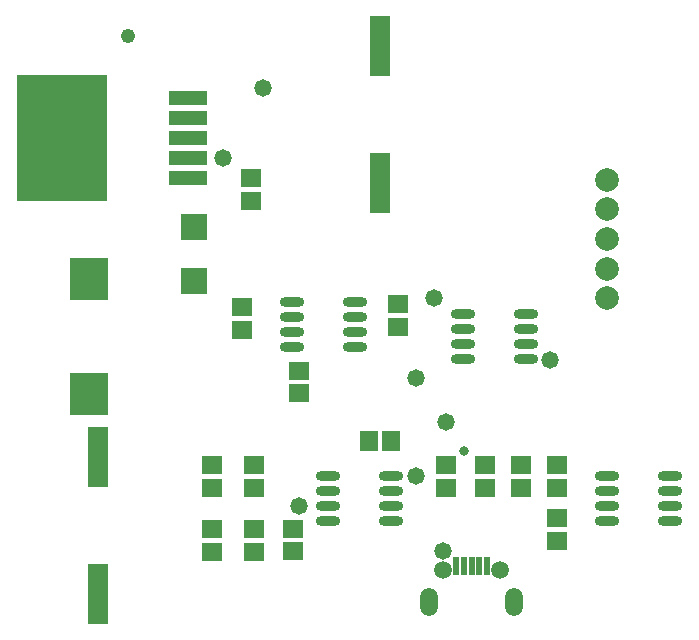
<source format=gts>
G04*
G04 #@! TF.GenerationSoftware,Altium Limited,Altium Designer,22.0.2 (36)*
G04*
G04 Layer_Color=8388736*
%FSLAX25Y25*%
%MOIN*%
G70*
G04*
G04 #@! TF.SameCoordinates,EEB94BB5-1E52-49F6-8271-472C1FCD53E5*
G04*
G04*
G04 #@! TF.FilePolarity,Negative*
G04*
G01*
G75*
%ADD27R,0.02375X0.06312*%
%ADD28O,0.08143X0.03280*%
%ADD29R,0.06706X0.05918*%
%ADD30R,0.07099X0.20485*%
%ADD31R,0.13084X0.14280*%
%ADD32C,0.04800*%
%ADD33R,0.05918X0.06706*%
%ADD34R,0.30410X0.42400*%
%ADD35R,0.12937X0.04816*%
%ADD36R,0.08674X0.08674*%
%ADD37O,0.05918X0.09461*%
%ADD38C,0.05918*%
%ADD39C,0.07887*%
%ADD40C,0.03162*%
%ADD41C,0.05800*%
D27*
X160118Y23490D02*
D03*
X157559D02*
D03*
X155000D02*
D03*
X152441D02*
D03*
X149882D02*
D03*
D28*
X151939Y107500D02*
D03*
Y102500D02*
D03*
Y97500D02*
D03*
Y92500D02*
D03*
X173061Y107500D02*
D03*
Y102500D02*
D03*
Y97500D02*
D03*
Y92500D02*
D03*
X128061Y38577D02*
D03*
Y43577D02*
D03*
Y48577D02*
D03*
Y53577D02*
D03*
X106939Y38577D02*
D03*
Y43577D02*
D03*
Y48577D02*
D03*
Y53577D02*
D03*
X199939Y53500D02*
D03*
Y48500D02*
D03*
Y43500D02*
D03*
Y38500D02*
D03*
X221061Y53500D02*
D03*
Y48500D02*
D03*
Y43500D02*
D03*
Y38500D02*
D03*
X116061Y96577D02*
D03*
Y101577D02*
D03*
Y106577D02*
D03*
Y111577D02*
D03*
X94939Y96577D02*
D03*
Y101577D02*
D03*
Y106577D02*
D03*
Y111577D02*
D03*
D29*
X97500Y88557D02*
D03*
Y81077D02*
D03*
X183500Y31907D02*
D03*
Y39387D02*
D03*
X146500Y49597D02*
D03*
Y57077D02*
D03*
X95500Y35867D02*
D03*
Y28387D02*
D03*
X82500Y28337D02*
D03*
Y35817D02*
D03*
X68500Y28337D02*
D03*
Y35817D02*
D03*
X130500Y110817D02*
D03*
Y103337D02*
D03*
X78500Y102337D02*
D03*
Y109817D02*
D03*
X171500Y49647D02*
D03*
Y57127D02*
D03*
X183500Y49647D02*
D03*
Y57127D02*
D03*
X159500Y49647D02*
D03*
Y57127D02*
D03*
X68500Y57077D02*
D03*
Y49597D02*
D03*
X81500Y145337D02*
D03*
Y152817D02*
D03*
X82500Y49647D02*
D03*
Y57127D02*
D03*
D30*
X30500Y14165D02*
D03*
Y59835D02*
D03*
X124500Y196912D02*
D03*
Y151243D02*
D03*
D31*
X27500Y119205D02*
D03*
Y80795D02*
D03*
D32*
X40500Y200077D02*
D03*
D33*
X120760Y65077D02*
D03*
X128240D02*
D03*
D34*
X18500Y166077D02*
D03*
D35*
X60310Y179463D02*
D03*
Y172770D02*
D03*
Y166077D02*
D03*
Y159384D02*
D03*
Y152691D02*
D03*
D36*
X62500Y118445D02*
D03*
Y136555D02*
D03*
D37*
X169173Y11511D02*
D03*
X140827D02*
D03*
D38*
X145453Y22023D02*
D03*
X164547D02*
D03*
D39*
X200000Y112815D02*
D03*
Y122658D02*
D03*
Y132500D02*
D03*
Y142343D02*
D03*
Y152185D02*
D03*
D40*
X27000Y162000D02*
D03*
X152500Y62000D02*
D03*
X60000Y166000D02*
D03*
X81500Y145837D02*
D03*
D41*
X72000Y159500D02*
D03*
X97500Y43500D02*
D03*
X145500Y28500D02*
D03*
X142500Y113000D02*
D03*
X181016Y92261D02*
D03*
X136400Y53577D02*
D03*
Y86200D02*
D03*
X146500Y71400D02*
D03*
X85400Y183000D02*
D03*
M02*

</source>
